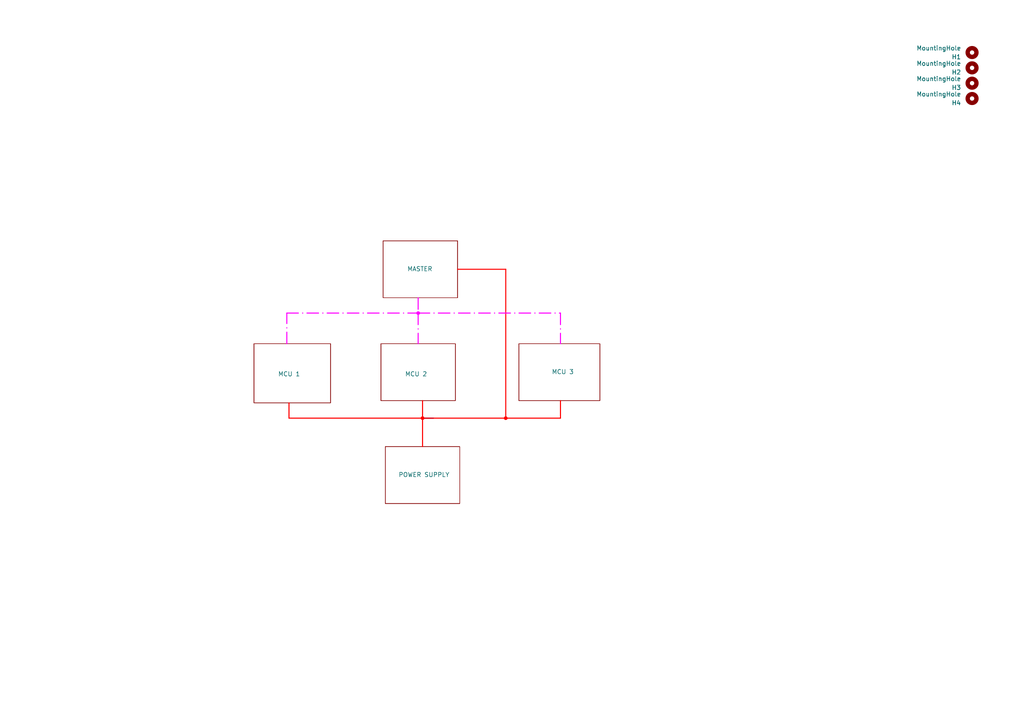
<source format=kicad_sch>
(kicad_sch (version 20211123) (generator eeschema)
  (paper "A4")
  (lib_symbols
    (symbol "Mechanical:MountingHole" (pin_names (offset 1.016))
      (property "Reference" "H" (at 0 5.08 0))
      (property "Value" "MountingHole" (at 0 3.175 0))
      (symbol "MountingHole_0_1"
        (circle (center 0 0) (radius 1.27) (stroke (width 1.27)))
      )
    )
  )
  (junction (at 121.285 90.805) (color 255 0 255 1))
  (junction (at 146.685 121.285) (color 255 0 0 1))
  (junction (at 122.555 121.285) (color 255 0 0 1))
  (bus (pts (xy 121.285 90.805) (xy 162.56 90.805)) (stroke (width 0) (type dash_dot) (color 255 0 255 1)))
  (bus (pts (xy 83.185 99.695) (xy 83.185 90.805)) (stroke (width 0) (type dash_dot) (color 255 0 255 1)))
  (bus (pts (xy 122.555 116.205) (xy 122.555 121.285)) (stroke (width 0) (color 255 0 0 1)))
  (bus (pts (xy 162.56 116.205) (xy 162.56 121.285)) (stroke (width 0) (color 255 0 0 1)))
  (bus (pts (xy 122.555 121.285) (xy 83.82 121.285)) (stroke (width 0) (color 255 0 0 1)))
  (bus (pts (xy 146.685 121.285) (xy 162.56 121.285)) (stroke (width 0) (color 255 0 0 1)))
  (bus (pts (xy 122.555 120.65) (xy 122.555 121.285)))
  (bus (pts (xy 121.285 86.36) (xy 121.285 90.805)) (stroke (width 0) (type dash_dot) (color 255 0 255 1)))
  (bus (pts (xy 122.555 121.285) (xy 125.73 121.285)))
  (bus (pts (xy 122.555 121.285) (xy 146.685 121.285)) (stroke (width 0) (color 255 0 0 1)))
  (bus (pts (xy 121.285 90.805) (xy 121.285 99.695)) (stroke (width 0) (type dash_dot) (color 255 0 255 1)))
  (bus (pts (xy 83.185 90.805) (xy 121.285 90.805)) (stroke (width 0) (type dash_dot) (color 255 0 255 1)))
  (bus (pts (xy 122.555 121.285) (xy 122.555 129.54)) (stroke (width 0) (color 255 0 0 1)))
  (bus (pts (xy 146.685 121.285) (xy 146.685 78.105)) (stroke (width 0) (color 255 0 0 1)))
  (bus (pts (xy 132.715 78.105) (xy 146.685 78.105)) (stroke (width 0) (color 255 0 0 1)))
  (bus (pts (xy 162.56 90.805) (xy 162.56 99.695)) (stroke (width 0) (type dash_dot) (color 255 0 255 1)))
  (bus (pts (xy 83.82 116.84) (xy 83.82 121.285)) (stroke (width 0) (color 255 0 0 1)))
  (symbol (lib_id "Mechanical:MountingHole") (at 281.94 24.13 180) (unit 1)
    (property "Reference" "H3" (at 278.765 25.4001 0) (effects (justify left)))
    (property "Value" "MountingHole" (at 278.765 22.8601 0) (effects (justify left)))
    (property "Footprint" "MountingHole:MountingHole_3.5mm" (effects hide))
  )
  (symbol (lib_id "Mechanical:MountingHole") (at 281.94 28.575 180) (unit 1)
    (property "Reference" "H4" (at 278.765 29.8451 0) (effects (justify left)))
    (property "Value" "MountingHole" (at 278.765 27.3051 0) (effects (justify left)))
    (property "Footprint" "MountingHole:MountingHole_3.5mm" (effects hide))
  )
  (symbol (lib_id "Mechanical:MountingHole") (at 281.94 19.685 180) (unit 1)
    (property "Reference" "H2" (at 278.765 20.9551 0) (effects (justify left)))
    (property "Value" "MountingHole" (at 278.765 18.4151 0) (effects (justify left)))
    (property "Footprint" "MountingHole:MountingHole_3.5mm" (effects hide))
  )
  (symbol (lib_id "Mechanical:MountingHole") (at 281.94 15.24 180) (unit 1)
    (property "Reference" "H1" (at 278.765 16.5101 0) (effects (justify left)))
    (property "Value" "MountingHole" (at 278.765 13.9701 0) (effects (justify left)))
    (property "Footprint" "MountingHole:MountingHole_3.5mm" (effects hide))
  )
  (sheet (at 110.49 99.695) (size 21.59 16.51) (stroke (width 0.1524))
    (property "Sheet name" "MCU 2" (at 117.475 109.22 0) (effects (justify left bottom)))
    (property "Sheet file" "MPU6050_2.kicad_sch" (effects hide))
  )
  (sheet (at 111.125 69.85) (size 21.59 16.51) (stroke (width 0.1524))
    (property "Sheet name" "MASTER" (at 118.11 78.74 0) (effects (justify left bottom)))
    (property "Sheet file" "Main.kicad_sch" (effects hide))
  )
  (sheet (at 111.76 129.54) (size 21.59 16.51) (stroke (width 0.1524))
    (property "Sheet name" "POWER SUPPLY" (at 115.57 138.43 0) (effects (justify left bottom)))
    (property "Sheet file" "Supply.kicad_sch" (effects hide))
  )
  (sheet (at 150.495 99.695) (size 23.495 16.51) (stroke (width 0.1524))
    (property "Sheet name" "MCU 3" (at 160.02 108.585 0) (effects (justify left bottom)))
    (property "Sheet file" "MPU6050_1.kicad_sch" (effects hide))
  )
  (sheet (at 73.66 99.695) (size 22.225 17.145) (stroke (width 0.1524))
    (property "Sheet name" "MCU 1" (at 80.645 109.22 0) (effects (justify left bottom)))
    (property "Sheet file" "MPU6050_0.kicad_sch" (effects hide))
  )
)
</source>
